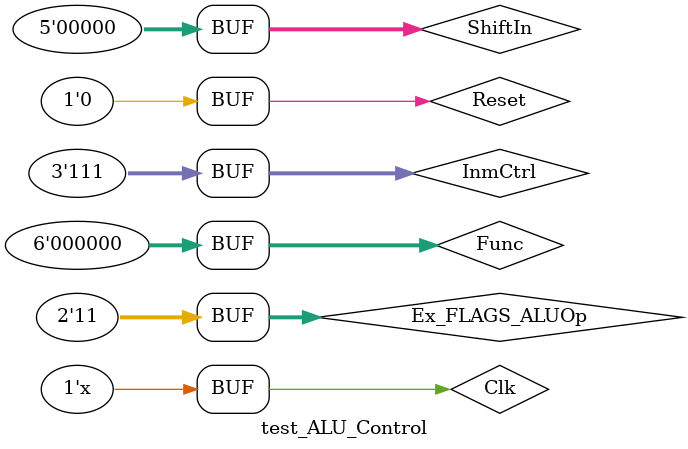
<source format=v>
`timescale 1ns / 1ps


module test_ALU_Control;

    // Inputs
    reg Clk;
    reg Reset;
    reg [1:0] Ex_FLAGS_ALUOp;
    reg [5:0] Func;
    reg [4:0] ShiftIn;   
    reg [2:0] InmCtrl;
	// Outputs
	wire [4:0] Shift;
    wire [5:0] ALU_Control_Out;
    
    // Instantiate the Unit Under Test (UUT)
    ALU_Control uut (
        .Clk(Clk), 
       // .Reset(Reset),
        .Ex_FLAGS_ALUOp(Ex_FLAGS_ALUOp),
        .Func(Func),
        .ShiftIn(ShiftIn),
        .InmCtrl(InmCtrl),
        .Shift(Shift),
        .ALU_Control_Out(ALU_Control_Out)
    );


    initial begin
        // Initialize Inputs
        Clk=1;
        Reset=1;
        Ex_FLAGS_ALUOp=2'b00;
        Func=6'b000000;
        ShiftIn=5'b00000;   
        InmCtrl=3'b000;
        #20; //Suma para LW: rt ? memory[rs+inm] o ST: memory[rs+inm] ? rt
        Reset=0;
        Ex_FLAGS_ALUOp=2'b00;
        Func=6'b000000;
        ShiftIn=5'b00000;   
        InmCtrl=3'b000; //bits para seleccionar el tipo de operacion inmediata
        #20; //Resta para BEQ. Si (rs = rt) se ejecuta branch. Se activa flag Zero
        Ex_FLAGS_ALUOp=2'b01;
        Func=6'b000000; // no importa 
        ShiftIn=5'b00000; // no importa   
        InmCtrl=3'b000; //bits para seleccionar el tipo de operacion inmediata
        #20; //Es una R-type y el codigo de funcion pasa directo
        Ex_FLAGS_ALUOp=2'b10;
        Func=6'b100100; //operacion AND
        ShiftIn=5'b00000; // como AND es una operacion and shamt es 0  
        InmCtrl=3'b000; //bits para seleccionar el tipo de operacion inmediata
        #20;//Immediate
        Ex_FLAGS_ALUOp=2'b11;
        Func=6'b000000; // no importa 
        ShiftIn=5'b00000; // no importa    
        InmCtrl=3'b000; //ADDI
        #20;//Immediate
        Func=6'b000000; // no importa 
        ShiftIn=5'b00000; // no importa  
        InmCtrl=3'b100; //ANDI
        #20;//Immediate
        Func=6'b000000; // no importa 
        ShiftIn=5'b00000; // no importa  
        InmCtrl=3'b101; //ORI
        #20;//Immediate
        Func=6'b000000; // no importa 
        ShiftIn=5'b00000; // no importa  
        InmCtrl=3'b110; //XORI
        #20;//Immediate
        Func=6'b000000; // no importa 
        ShiftIn=5'b00000; // no importa  
        InmCtrl=3'b010; //SLIT
        #20;//Immediate
        Func=6'b000000; // no importa 
        ShiftIn=5'b00000; // no importa  
        InmCtrl=3'b111; //LUI
    end
    
   always begin //clock de la placa 50Mhz
        #10 Clk=~Clk;
    end  
endmodule

</source>
